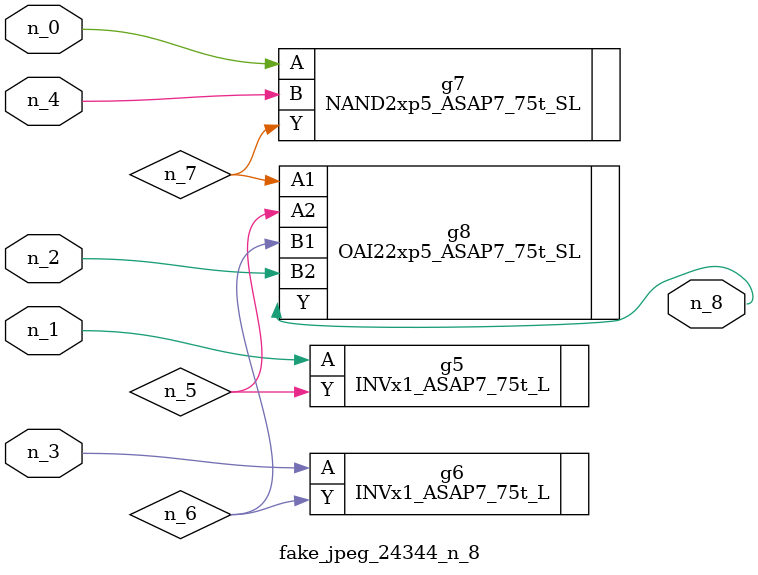
<source format=v>
module fake_jpeg_24344_n_8 (n_3, n_2, n_1, n_0, n_4, n_8);

input n_3;
input n_2;
input n_1;
input n_0;
input n_4;

output n_8;

wire n_6;
wire n_5;
wire n_7;

INVx1_ASAP7_75t_L g5 ( 
.A(n_1),
.Y(n_5)
);

INVx1_ASAP7_75t_L g6 ( 
.A(n_3),
.Y(n_6)
);

NAND2xp5_ASAP7_75t_SL g7 ( 
.A(n_0),
.B(n_4),
.Y(n_7)
);

OAI22xp5_ASAP7_75t_SL g8 ( 
.A1(n_7),
.A2(n_5),
.B1(n_6),
.B2(n_2),
.Y(n_8)
);


endmodule
</source>
